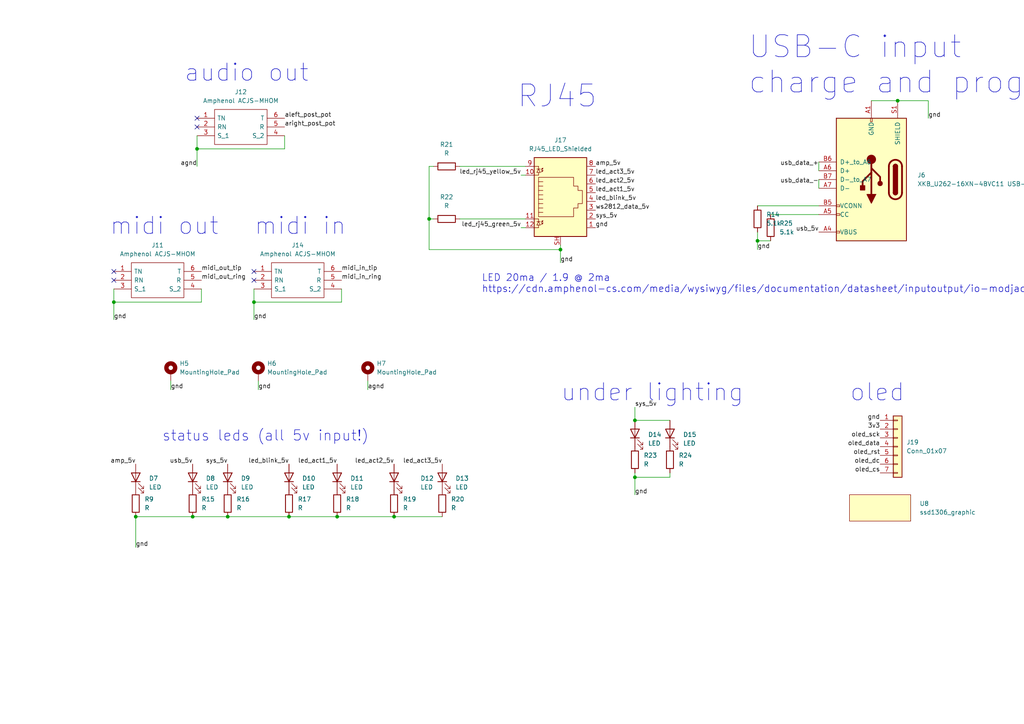
<source format=kicad_sch>
(kicad_sch (version 20211123) (generator eeschema)
  (paper "A4")
  (lib_symbols
    (symbol "Connector:RJ45_LED_Shielded" (pin_names (offset 1.016))
      (property "Reference" "J" (at -5.08 13.97 0))
      (property "Value" "RJ45_LED_Shielded" (at 1.27 13.97 0))
      (symbol "RJ45_LED_Shielded_0_1"
        (polyline (pts (xy -7.62 -7.62) (xy -6.35 -7.62)))
        (polyline (pts (xy -7.62 -5.08) (xy -6.35 -5.08)))
        (polyline (pts (xy -7.62 7.62) (xy -6.35 7.62)))
        (polyline (pts (xy -7.62 10.16) (xy -6.35 10.16)))
        (polyline (pts (xy -6.858 -5.842) (xy -5.842 -5.842)))
        (polyline (pts (xy -6.858 9.398) (xy -5.842 9.398)))
        (polyline (pts (xy -6.35 -7.62) (xy -6.35 -6.858)))
        (polyline (pts (xy -6.35 -5.08) (xy -6.35 -5.842)))
        (polyline (pts (xy -6.35 7.62) (xy -6.35 8.382)))
        (polyline (pts (xy -6.35 10.16) (xy -6.35 9.398)))
        (polyline (pts (xy -5.08 -6.223) (xy -5.207 -6.604)))
        (polyline (pts (xy -5.08 -5.588) (xy -5.207 -5.969)))
        (polyline (pts (xy -5.08 4.445) (xy -6.35 4.445)))
        (polyline (pts (xy -5.08 5.715) (xy -6.35 5.715)))
        (polyline (pts (xy -5.08 9.017) (xy -5.207 8.636)))
        (polyline (pts (xy -5.08 9.652) (xy -5.207 9.271)))
        (polyline (pts (xy -6.35 -3.175) (xy -5.08 -3.175) (xy -5.08 -3.175)))
        (polyline (pts (xy -6.35 -1.905) (xy -5.08 -1.905) (xy -5.08 -1.905)))
        (polyline (pts (xy -6.35 -0.635) (xy -5.08 -0.635) (xy -5.08 -0.635)))
        (polyline (pts (xy -6.35 0.635) (xy -5.08 0.635) (xy -5.08 0.635)))
        (polyline (pts (xy -6.35 1.905) (xy -5.08 1.905) (xy -5.08 1.905)))
        (polyline (pts (xy -5.588 -6.731) (xy -5.08 -6.223) (xy -5.461 -6.35)))
        (polyline (pts (xy -5.588 -6.096) (xy -5.08 -5.588) (xy -5.461 -5.715)))
        (polyline (pts (xy -5.588 8.509) (xy -5.08 9.017) (xy -5.461 8.89)))
        (polyline (pts (xy -5.588 9.144) (xy -5.08 9.652) (xy -5.461 9.525)))
        (polyline (pts (xy -5.08 3.175) (xy -6.35 3.175) (xy -6.35 3.175)))
        (polyline (pts (xy -6.35 -5.842) (xy -6.858 -6.858) (xy -5.842 -6.858) (xy -6.35 -5.842)))
        (polyline (pts (xy -6.35 9.398) (xy -6.858 8.382) (xy -5.842 8.382) (xy -6.35 9.398)))
        (polyline (pts (xy -6.35 -4.445) (xy -6.35 6.985) (xy 3.81 6.985) (xy 3.81 4.445) (xy 5.08 4.445) (xy 5.08 3.175) (xy 6.35 3.175) (xy 6.35 -0.635) (xy 5.08 -0.635) (xy 5.08 -1.905) (xy 3.81 -1.905) (xy 3.81 -4.445) (xy -6.35 -4.445) (xy -6.35 -4.445)))
        (rectangle (start 7.62 12.7) (end -7.62 -10.16) (stroke (width 0.254)) (fill (type background)))
      )
      (symbol "RJ45_LED_Shielded_1_1"
        (pin passive line (at 10.16 -7.62 180) (length 2.54) (name "~") (number "1"))
        (pin passive line (at -10.16 7.62 0) (length 2.54) (name "~") (number "10"))
        (pin passive line (at -10.16 -5.08 0) (length 2.54) (name "~") (number "11"))
        (pin passive line (at -10.16 -7.62 0) (length 2.54) (name "~") (number "12"))
        (pin passive line (at 10.16 -5.08 180) (length 2.54) (name "~") (number "2"))
        (pin passive line (at 10.16 -2.54 180) (length 2.54) (name "~") (number "3"))
        (pin passive line (at 10.16 0 180) (length 2.54) (name "~") (number "4"))
        (pin passive line (at 10.16 2.54 180) (length 2.54) (name "~") (number "5"))
        (pin passive line (at 10.16 5.08 180) (length 2.54) (name "~") (number "6"))
        (pin passive line (at 10.16 7.62 180) (length 2.54) (name "~") (number "7"))
        (pin passive line (at 10.16 10.16 180) (length 2.54) (name "~") (number "8"))
        (pin passive line (at -10.16 10.16 0) (length 2.54) (name "~") (number "9"))
        (pin passive line (at 0 -12.7 90) (length 2.54) (name "~") (number "SH"))
      )
    )
    (symbol "Connector:USB_A" (pin_names (offset 1.016))
      (property "Reference" "J" (at -5.08 11.43 0))
      (property "Value" "USB_A" (at -5.08 8.89 0))
      (symbol "USB_A_0_1"
        (rectangle (start -5.08 -7.62) (end 5.08 7.62) (stroke (width 0.254)) (fill (type background)))
        (circle (center -3.81 2.159) (radius 0.635) (stroke (width 0.254)) (fill (type outline)))
        (rectangle (start -1.524 4.826) (end -4.318 5.334) (fill (type outline)))
        (rectangle (start -1.27 4.572) (end -4.572 5.842))
        (circle (center -0.635 3.429) (radius 0.381) (stroke (width 0.254)) (fill (type outline)))
        (rectangle (start -0.127 -7.62) (end 0.127 -6.858))
        (polyline (pts (xy -3.175 2.159) (xy -2.54 2.159) (xy -1.27 3.429) (xy -0.635 3.429)) (stroke (width 0.254)))
        (polyline (pts (xy -2.54 2.159) (xy -1.905 2.159) (xy -1.27 0.889) (xy 0 0.889)) (stroke (width 0.254)))
        (polyline (pts (xy 0.635 2.794) (xy 0.635 1.524) (xy 1.905 2.159) (xy 0.635 2.794)) (stroke (width 0.254)) (fill (type outline)))
        (rectangle (start 0.254 1.27) (end -0.508 0.508) (stroke (width 0.254)) (fill (type outline)))
        (rectangle (start 5.08 -2.667) (end 4.318 -2.413))
        (rectangle (start 5.08 -0.127) (end 4.318 0.127))
        (rectangle (start 5.08 4.953) (end 4.318 5.207))
      )
      (symbol "USB_A_1_1"
        (polyline (pts (xy -1.905 2.159) (xy 0.635 2.159)) (stroke (width 0.254)))
        (pin power_in line (at 7.62 5.08 180) (length 2.54) (name "VBUS") (number "1"))
        (pin bidirectional line (at 7.62 -2.54 180) (length 2.54) (name "D-") (number "2"))
        (pin bidirectional line (at 7.62 0 180) (length 2.54) (name "D+") (number "3"))
        (pin power_in line (at 0 -10.16 90) (length 2.54) (name "GND") (number "4"))
        (pin passive line (at -2.54 -10.16 90) (length 2.54) (name "Shield") (number "5"))
      )
    )
    (symbol "Connector_Generic:Conn_01x02" (pin_names (offset 1.016) hide)
      (property "Reference" "J" (at 0 2.54 0))
      (property "Value" "Conn_01x02" (at 0 -5.08 0))
      (symbol "Conn_01x02_1_1"
        (rectangle (start -1.27 -2.413) (end 0 -2.667) (stroke (width 0.1524)))
        (rectangle (start -1.27 0.127) (end 0 -0.127) (stroke (width 0.1524)))
        (rectangle (start -1.27 1.27) (end 1.27 -3.81) (stroke (width 0.254)) (fill (type background)))
        (pin passive line (at -5.08 0 0) (length 3.81) (name "Pin_1") (number "1"))
        (pin passive line (at -5.08 -2.54 0) (length 3.81) (name "Pin_2") (number "2"))
      )
    )
    (symbol "Connector_Generic:Conn_01x03" (pin_names (offset 1.016) hide)
      (property "Reference" "J" (at 0 5.08 0))
      (property "Value" "Conn_01x03" (at 0 -5.08 0))
      (symbol "Conn_01x03_1_1"
        (rectangle (start -1.27 -2.413) (end 0 -2.667) (stroke (width 0.1524)))
        (rectangle (start -1.27 0.127) (end 0 -0.127) (stroke (width 0.1524)))
        (rectangle (start -1.27 2.667) (end 0 2.413) (stroke (width 0.1524)))
        (rectangle (start -1.27 3.81) (end 1.27 -3.81) (stroke (width 0.254)) (fill (type background)))
        (pin passive line (at -5.08 2.54 0) (length 3.81) (name "Pin_1") (number "1"))
        (pin passive line (at -5.08 0 0) (length 3.81) (name "Pin_2") (number "2"))
        (pin passive line (at -5.08 -2.54 0) (length 3.81) (name "Pin_3") (number "3"))
      )
    )
    (symbol "Connector_Generic:Conn_01x04" (pin_names (offset 1.016) hide)
      (property "Reference" "J" (at 0 5.08 0))
      (property "Value" "Conn_01x04" (at 0 -7.62 0))
      (symbol "Conn_01x04_1_1"
        (rectangle (start -1.27 -4.953) (end 0 -5.207) (stroke (width 0.1524)))
        (rectangle (start -1.27 -2.413) (end 0 -2.667) (stroke (width 0.1524)))
        (rectangle (start -1.27 0.127) (end 0 -0.127) (stroke (width 0.1524)))
        (rectangle (start -1.27 2.667) (end 0 2.413) (stroke (width 0.1524)))
        (rectangle (start -1.27 3.81) (end 1.27 -6.35) (stroke (width 0.254)) (fill (type background)))
        (pin passive line (at -5.08 2.54 0) (length 3.81) (name "Pin_1") (number "1"))
        (pin passive line (at -5.08 0 0) (length 3.81) (name "Pin_2") (number "2"))
        (pin passive line (at -5.08 -2.54 0) (length 3.81) (name "Pin_3") (number "3"))
        (pin passive line (at -5.08 -5.08 0) (length 3.81) (name "Pin_4") (number "4"))
      )
    )
    (symbol "Connector_Generic:Conn_01x06" (pin_names (offset 1.016) hide)
      (property "Reference" "J" (at 0 7.62 0))
      (property "Value" "Conn_01x06" (at 0 -10.16 0))
      (symbol "Conn_01x06_1_1"
        (rectangle (start -1.27 -7.493) (end 0 -7.747) (stroke (width 0.1524)))
        (rectangle (start -1.27 -4.953) (end 0 -5.207) (stroke (width 0.1524)))
        (rectangle (start -1.27 -2.413) (end 0 -2.667) (stroke (width 0.1524)))
        (rectangle (start -1.27 0.127) (end 0 -0.127) (stroke (width 0.1524)))
        (rectangle (start -1.27 2.667) (end 0 2.413) (stroke (width 0.1524)))
        (rectangle (start -1.27 5.207) (end 0 4.953) (stroke (width 0.1524)))
        (rectangle (start -1.27 6.35) (end 1.27 -8.89) (stroke (width 0.254)) (fill (type background)))
        (pin passive line (at -5.08 5.08 0) (length 3.81) (name "Pin_1") (number "1"))
        (pin passive line (at -5.08 2.54 0) (length 3.81) (name "Pin_2") (number "2"))
        (pin passive line (at -5.08 0 0) (length 3.81) (name "Pin_3") (number "3"))
        (pin passive line (at -5.08 -2.54 0) (length 3.81) (name "Pin_4") (number "4"))
        (pin passive line (at -5.08 -5.08 0) (length 3.81) (name "Pin_5") (number "5"))
        (pin passive line (at -5.08 -7.62 0) (length 3.81) (name "Pin_6") (number "6"))
      )
    )
    (symbol "Connector_Generic:Conn_01x07" (pin_names (offset 1.016) hide)
      (property "Reference" "J" (at 0 10.16 0))
      (property "Value" "Conn_01x07" (at 0 -10.16 0))
      (symbol "Conn_01x07_1_1"
        (rectangle (start -1.27 -7.493) (end 0 -7.747) (stroke (width 0.1524)))
        (rectangle (start -1.27 -4.953) (end 0 -5.207) (stroke (width 0.1524)))
        (rectangle (start -1.27 -2.413) (end 0 -2.667) (stroke (width 0.1524)))
        (rectangle (start -1.27 0.127) (end 0 -0.127) (stroke (width 0.1524)))
        (rectangle (start -1.27 2.667) (end 0 2.413) (stroke (width 0.1524)))
        (rectangle (start -1.27 5.207) (end 0 4.953) (stroke (width 0.1524)))
        (rectangle (start -1.27 7.747) (end 0 7.493) (stroke (width 0.1524)))
        (rectangle (start -1.27 8.89) (end 1.27 -8.89) (stroke (width 0.254)) (fill (type background)))
        (pin passive line (at -5.08 7.62 0) (length 3.81) (name "Pin_1") (number "1"))
        (pin passive line (at -5.08 5.08 0) (length 3.81) (name "Pin_2") (number "2"))
        (pin passive line (at -5.08 2.54 0) (length 3.81) (name "Pin_3") (number "3"))
        (pin passive line (at -5.08 0 0) (length 3.81) (name "Pin_4") (number "4"))
        (pin passive line (at -5.08 -2.54 0) (length 3.81) (name "Pin_5") (number "5"))
        (pin passive line (at -5.08 -5.08 0) (length 3.81) (name "Pin_6") (number "6"))
        (pin passive line (at -5.08 -7.62 0) (length 3.81) (name "Pin_7") (number "7"))
      )
    )
    (symbol "Connector_Generic:Conn_01x08" (pin_names (offset 1.016) hide)
      (property "Reference" "J" (at 0 10.16 0))
      (property "Value" "Conn_01x08" (at 0 -12.7 0))
      (symbol "Conn_01x08_1_1"
        (rectangle (start -1.27 -10.033) (end 0 -10.287) (stroke (width 0.1524)))
        (rectangle (start -1.27 -7.493) (end 0 -7.747) (stroke (width 0.1524)))
        (rectangle (start -1.27 -4.953) (end 0 -5.207) (stroke (width 0.1524)))
        (rectangle (start -1.27 -2.413) (end 0 -2.667) (stroke (width 0.1524)))
        (rectangle (start -1.27 0.127) (end 0 -0.127) (stroke (width 0.1524)))
        (rectangle (start -1.27 2.667) (end 0 2.413) (stroke (width 0.1524)))
        (rectangle (start -1.27 5.207) (end 0 4.953) (stroke (width 0.1524)))
        (rectangle (start -1.27 7.747) (end 0 7.493) (stroke (width 0.1524)))
        (rectangle (start -1.27 8.89) (end 1.27 -11.43) (stroke (width 0.254)) (fill (type background)))
        (pin passive line (at -5.08 7.62 0) (length 3.81) (name "Pin_1") (number "1"))
        (pin passive line (at -5.08 5.08 0) (length 3.81) (name "Pin_2") (number "2"))
        (pin passive line (at -5.08 2.54 0) (length 3.81) (name "Pin_3") (number "3"))
        (pin passive line (at -5.08 0 0) (length 3.81) (name "Pin_4") (number "4"))
        (pin passive line (at -5.08 -2.54 0) (length 3.81) (name "Pin_5") (number "5"))
        (pin passive line (at -5.08 -5.08 0) (length 3.81) (name "Pin_6") (number "6"))
        (pin passive line (at -5.08 -7.62 0) (length 3.81) (name "Pin_7") (number "7"))
        (pin passive line (at -5.08 -10.16 0) (length 3.81) (name "Pin_8") (number "8"))
      )
    )
    (symbol "Connector_Generic:Conn_01x09" (pin_names (offset 1.016) hide)
      (property "Reference" "J" (at 0 12.7 0))
      (property "Value" "Conn_01x09" (at 0 -12.7 0))
      (symbol "Conn_01x09_1_1"
        (rectangle (start -1.27 -10.033) (end 0 -10.287) (stroke (width 0.1524)))
        (rectangle (start -1.27 -7.493) (end 0 -7.747) (stroke (width 0.1524)))
        (rectangle (start -1.27 -4.953) (end 0 -5.207) (stroke (width 0.1524)))
        (rectangle (start -1.27 -2.413) (end 0 -2.667) (stroke (width 0.1524)))
        (rectangle (start -1.27 0.127) (end 0 -0.127) (stroke (width 0.1524)))
        (rectangle (start -1.27 2.667) (end 0 2.413) (stroke (width 0.1524)))
        (rectangle (start -1.27 5.207) (end 0 4.953) (stroke (width 0.1524)))
        (rectangle (start -1.27 7.747) (end 0 7.493) (stroke (width 0.1524)))
        (rectangle (start -1.27 10.287) (end 0 10.033) (stroke (width 0.1524)))
        (rectangle (start -1.27 11.43) (end 1.27 -11.43) (stroke (width 0.254)) (fill (type background)))
        (pin passive line (at -5.08 10.16 0) (length 3.81) (name "Pin_1") (number "1"))
        (pin passive line (at -5.08 7.62 0) (length 3.81) (name "Pin_2") (number "2"))
        (pin passive line (at -5.08 5.08 0) (length 3.81) (name "Pin_3") (number "3"))
        (pin passive line (at -5.08 2.54 0) (length 3.81) (name "Pin_4") (number "4"))
        (pin passive line (at -5.08 0 0) (length 3.81) (name "Pin_5") (number "5"))
        (pin passive line (at -5.08 -2.54 0) (length 3.81) (name "Pin_6") (number "6"))
        (pin passive line (at -5.08 -5.08 0) (length 3.81) (name "Pin_7") (number "7"))
        (pin passive line (at -5.08 -7.62 0) (length 3.81) (name "Pin_8") (number "8"))
        (pin passive line (at -5.08 -10.16 0) (length 3.81) (name "Pin_9") (number "9"))
      )
    )
    (symbol "Connector_Generic:Conn_01x12" (pin_names (offset 1.016) hide)
      (property "Reference" "J" (at 0 15.24 0))
      (property "Value" "Conn_01x12" (at 0 -17.78 0))
      (symbol "Conn_01x12_1_1"
        (rectangle (start -1.27 -15.113) (end 0 -15.367) (stroke (width 0.1524)))
        (rectangle (start -1.27 -12.573) (end 0 -12.827) (stroke (width 0.1524)))
        (rectangle (start -1.27 -10.033) (end 0 -10.287) (stroke (width 0.1524)))
        (rectangle (start -1.27 -7.493) (end 0 -7.747) (stroke (width 0.1524)))
        (rectangle (start -1.27 -4.953) (end 0 -5.207) (stroke (width 0.1524)))
        (rectangle (start -1.27 -2.413) (end 0 -2.667) (stroke (width 0.1524)))
        (rectangle (start -1.27 0.127) (end 0 -0.127) (stroke (width 0.1524)))
        (rectangle (start -1.27 2.667) (end 0 2.413) (stroke (width 0.1524)))
        (rectangle (start -1.27 5.207) (end 0 4.953) (stroke (width 0.1524)))
        (rectangle (start -1.27 7.747) (end 0 7.493) (stroke (width 0.1524)))
        (rectangle (start -1.27 10.287) (end 0 10.033) (stroke (width 0.1524)))
        (rectangle (start -1.27 12.827) (end 0 12.573) (stroke (width 0.1524)))
        (rectangle (start -1.27 13.97) (end 1.27 -16.51) (stroke (width 0.254)) (fill (type background)))
        (pin passive line (at -5.08 12.7 0) (length 3.81) (name "Pin_1") (number "1"))
        (pin passive line (at -5.08 -10.16 0) (length 3.81) (name "Pin_10") (number "10"))
        (pin passive line (at -5.08 -12.7 0) (length 3.81) (name "Pin_11") (number "11"))
        (pin passive line (at -5.08 -15.24 0) (length 3.81) (name "Pin_12") (number "12"))
        (pin passive line (at -5.08 10.16 0) (length 3.81) (name "Pin_2") (number "2"))
        (pin passive line (at -5.08 7.62 0) (length 3.81) (name "Pin_3") (number "3"))
        (pin passive line (at -5.08 5.08 0) (length 3.81) (name "Pin_4") (number "4"))
        (pin passive line (at -5.08 2.54 0) (length 3.81) (name "Pin_5") (number "5"))
        (pin passive line (at -5.08 0 0) (length 3.81) (name "Pin_6") (number "6"))
        (pin passive line (at -5.08 -2.54 0) (length 3.81) (name "Pin_7") (number "7"))
        (pin passive line (at -5.08 -5.08 0) (length 3.81) (name "Pin_8") (number "8"))
        (pin passive line (at -5.08 -7.62 0) (length 3.81) (name "Pin_9") (number "9"))
      )
    )
    (symbol "Device:C" (pin_numbers hide) (pin_names (offset 0.254))
      (property "Reference" "C" (at 0.635 2.54 0))
      (property "Value" "C" (at 0.635 -2.54 0))
      (symbol "C_0_1"
        (polyline (pts (xy -2.032 -0.762) (xy 2.032 -0.762)) (stroke (width 0.508)))
        (polyline (pts (xy -2.032 0.762) (xy 2.032 0.762)) (stroke (width 0.508)))
      )
      (symbol "C_1_1"
        (pin passive line (at 0 3.81 270) (length 2.794) (name "~") (number "1"))
        (pin passive line (at 0 -3.81 90) (length 2.794) (name "~") (number "2"))
      )
    )
    (symbol "Device:LED" (pin_numbers hide) (pin_names (offset 1.016) hide)
      (property "Reference" "D" (at 0 2.54 0))
      (property "Value" "LED" (at 0 -2.54 0))
      (symbol "LED_0_1"
        (polyline (pts (xy -1.27 -1.27) (xy -1.27 1.27)) (stroke (width 0.254)))
        (polyline (pts (xy -1.27 0) (xy 1.27 0)))
        (polyline (pts (xy 1.27 -1.27) (xy 1.27 1.27) (xy -1.27 0) (xy 1.27 -1.27)) (stroke (width 0.254)))
        (polyline (pts (xy -3.048 -0.762) (xy -4.572 -2.286) (xy -3.81 -2.286) (xy -4.572 -2.286) (xy -4.572 -1.524)))
        (polyline (pts (xy -1.778 -0.762) (xy -3.302 -2.286) (xy -2.54 -2.286) (xy -3.302 -2.286) (xy -3.302 -1.524)))
      )
      (symbol "LED_1_1"
        (pin passive line (at -3.81 0 0) (length 2.54) (name "K") (number "1"))
        (pin passive line (at 3.81 0 180) (length 2.54) (name "A") (number "2"))
      )
    )
    (symbol "Device:NetTie_2" (pin_numbers hide) (pin_names (offset 0) hide)
      (property "Reference" "NT" (at 0 1.27 0))
      (property "Value" "NetTie_2" (at 0 -1.27 0))
      (symbol "NetTie_2_0_1"
        (polyline (pts (xy -1.27 0) (xy 1.27 0)) (stroke (width 0.254)))
      )
      (symbol "NetTie_2_1_1"
        (pin passive line (at -2.54 0 0) (length 2.54) (name "1") (number "1"))
        (pin passive line (at 2.54 0 180) (length 2.54) (name "2") (number "2"))
      )
    )
    (symbol "Device:R" (pin_numbers hide) (pin_names (offset 0))
      (property "Reference" "R" (at 2.032 0 90))
      (property "Value" "R" (at 0 0 90))
      (symbol "R_0_1"
        (rectangle (start -1.016 -2.54) (end 1.016 2.54) (stroke (width 0.254)))
      )
      (symbol "R_1_1"
        (pin passive line (at 0 3.81 270) (length 1.27) (name "~") (number "1"))
        (pin passive line (at 0 -3.81 90) (length 1.27) (name "~") (number "2"))
      )
    )
    (symbol "Mechanical:MountingHole_Pad" (pin_numbers hide) (pin_names (offset 1.016) hide)
      (property "Reference" "H" (at 0 6.35 0))
      (property "Value" "MountingHole_Pad" (at 0 4.445 0))
      (symbol "MountingHole_Pad_0_1"
        (circle (center 0 1.27) (radius 1.27) (stroke (width 1.27)))
      )
      (symbol "MountingHole_Pad_1_1"
        (pin input line (at 0 -2.54 90) (length 2.54) (name "1") (number "1"))
      )
    )
    (symbol "clarinoid2:Amphenol ACJS-MHOM" (pin_names (offset 0.762))
      (property "Reference" "J" (at 21.59 7.62 0))
      (property "Value" "Amphenol ACJS-MHOM" (at 21.59 5.08 0))
      (symbol "Amphenol ACJS-MHOM_0_0"
        (pin passive line (at 0 0 0) (length 5.08) (name "TN") (number "1"))
        (pin passive line (at 0 -2.54 0) (length 5.08) (name "RN") (number "2"))
        (pin passive line (at 0 -5.08 0) (length 5.08) (name "S_1") (number "3"))
        (pin passive line (at 25.4 -5.08 180) (length 5.08) (name "S_2") (number "4"))
        (pin passive line (at 25.4 -2.54 180) (length 5.08) (name "R") (number "5"))
        (pin passive line (at 25.4 0 180) (length 5.08) (name "T") (number "6"))
      )
      (symbol "Amphenol ACJS-MHOM_0_1"
        (polyline (pts (xy 5.08 2.54) (xy 20.32 2.54) (xy 20.32 -7.62) (xy 5.08 -7.62) (xy 5.08 2.54)) (stroke (width 0.1524)))
      )
    )
    (symbol "clarinoid2:Placeholder" (in_bom no)
      (property "Reference" "U" (at 0 0 0))
      (property "Value" "Placeholder" (at 0 -1.27 0))
      (symbol "Placeholder_0_1"
        (rectangle (start -8.89 2.54) (end 8.89 -5.08) (fill (type background)))
      )
    )
    (symbol "clarinoid2:USB_C_Plug_USB2.0" (pin_names (offset 1.016))
      (property "Reference" "P" (at -10.16 19.05 0))
      (property "Value" "USB_C_Plug_USB2.0" (at 12.7 19.05 0))
      (symbol "USB_C_Plug_USB2.0_0_0"
        (rectangle (start -0.254 -17.78) (end 0.254 -16.764))
        (rectangle (start 10.16 7.874) (end 9.144 7.366))
        (rectangle (start 10.16 10.414) (end 9.144 9.906))
        (rectangle (start 10.16 15.494) (end 9.144 14.986))
      )
      (symbol "USB_C_Plug_USB2.0_0_1"
        (rectangle (start -10.16 17.78) (end 10.16 -17.78) (stroke (width 0.254)) (fill (type background)))
        (arc (start -8.89 -3.81) (mid -6.985 -5.715) (end -5.08 -3.81) (stroke (width 0.508)))
        (arc (start -7.62 -3.81) (mid -6.985 -4.445) (end -6.35 -3.81) (stroke (width 0.254)))
        (arc (start -7.62 -3.81) (mid -6.985 -4.445) (end -6.35 -3.81) (stroke (width 0.254)) (fill (type outline)))
        (rectangle (start -7.62 -3.81) (end -6.35 3.81) (stroke (width 0.254)) (fill (type outline)))
        (arc (start -6.35 3.81) (mid -6.985 4.445) (end -7.62 3.81) (stroke (width 0.254)))
        (arc (start -6.35 3.81) (mid -6.985 4.445) (end -7.62 3.81) (stroke (width 0.254)) (fill (type outline)))
        (arc (start -5.08 3.81) (mid -6.985 5.715) (end -8.89 3.81) (stroke (width 0.508)))
        (circle (center -2.54 1.143) (radius 0.635) (stroke (width 0.254)) (fill (type outline)))
        (circle (center 0 -5.842) (radius 1.27) (fill (type outline)))
        (polyline (pts (xy -8.89 -3.81) (xy -8.89 3.81)) (stroke (width 0.508)))
        (polyline (pts (xy -5.08 3.81) (xy -5.08 -3.81)) (stroke (width 0.508)))
        (polyline (pts (xy 0 -5.842) (xy 0 4.318)) (stroke (width 0.508)))
        (polyline (pts (xy 0 -3.302) (xy -2.54 -0.762) (xy -2.54 0.508)) (stroke (width 0.508)))
        (polyline (pts (xy 0 -2.032) (xy 2.54 0.508) (xy 2.54 1.778)) (stroke (width 0.508)))
        (polyline (pts (xy -1.27 4.318) (xy 0 6.858) (xy 1.27 4.318) (xy -1.27 4.318)) (stroke (width 0.254)) (fill (type outline)))
        (rectangle (start 1.905 1.778) (end 3.175 3.048) (stroke (width 0.254)) (fill (type outline)))
      )
      (symbol "USB_C_Plug_USB2.0_1_1"
        (pin passive line (at 0 -22.86 90) (length 5.08) (name "GND") (number "A1"))
        (pin passive line (at 0 -22.86 90) (length 5.08) hide (name "GND") (number "A12"))
        (pin power_out line (at 15.24 15.24 180) (length 5.08) (name "VBUS") (number "A4"))
        (pin bidirectional line (at 15.24 10.16 180) (length 5.08) (name "CC") (number "A5"))
        (pin bidirectional line (at 15.24 -2.54 180) (length 5.08) (name "D+") (number "A6"))
        (pin bidirectional line (at 15.24 2.54 180) (length 5.08) (name "D-") (number "A7"))
        (pin passive line (at 15.24 15.24 180) (length 5.08) hide (name "VBUS") (number "A9"))
        (pin passive line (at 0 -22.86 90) (length 5.08) hide (name "GND") (number "B1"))
        (pin passive line (at 0 -22.86 90) (length 5.08) hide (name "GND") (number "B12"))
        (pin passive line (at 15.24 15.24 180) (length 5.08) hide (name "VBUS") (number "B4"))
        (pin bidirectional line (at 15.24 7.62 180) (length 5.08) (name "VCONN") (number "B5"))
        (pin bidirectional line (at 15.24 -5.08 180) (length 5.08) (name "D+_to_A6") (number "B6"))
        (pin bidirectional line (at 15.24 0 180) (length 5.08) (name "D-_to_A7") (number "B7"))
        (pin passive line (at 15.24 15.24 180) (length 5.08) hide (name "VBUS") (number "B9"))
        (pin passive line (at -7.62 -22.86 90) (length 5.08) (name "SHIELD") (number "S1"))
      )
    )
  )
  (junction (at 420.37 116.84))
  (junction (at 124.46 63.5))
  (junction (at 162.56 72.39))
  (junction (at 83.82 149.86))
  (junction (at 33.02 87.63))
  (junction (at 434.975 116.84))
  (junction (at 97.79 149.86))
  (junction (at 463.55 124.46))
  (junction (at 434.975 124.46))
  (junction (at 55.88 149.86))
  (junction (at 463.55 116.84))
  (junction (at 345.44 63.5))
  (junction (at 448.31 124.46))
  (junction (at 184.15 138.43))
  (junction (at 476.25 116.84))
  (junction (at 219.71 69.85))
  (junction (at 114.3 149.86))
  (junction (at 448.31 116.84))
  (junction (at 260.35 29.21))
  (junction (at 73.66 87.63))
  (junction (at 66.04 149.86))
  (junction (at 57.15 43.18))
  (junction (at 39.37 149.86))
  (junction (at 184.15 121.92))
  (no_connect (at 73.66 78.74))
  (no_connect (at 73.66 81.28))
  (no_connect (at 33.02 81.28))
  (no_connect (at 33.02 78.74))
  (no_connect (at 57.15 36.83))
  (no_connect (at 57.15 34.29))
  (wire (pts (xy 33.02 83.82) (xy 33.02 87.63)))
  (wire (pts (xy 162.56 76.2) (xy 162.56 72.39)))
  (wire (pts (xy 114.3 149.86) (xy 128.27 149.86)))
  (wire (pts (xy 151.13 50.8) (xy 152.4 50.8)))
  (wire (pts (xy 124.46 48.26) (xy 125.73 48.26)))
  (wire (pts (xy 151.13 66.04) (xy 152.4 66.04)))
  (wire (pts (xy 82.55 43.18) (xy 57.15 43.18)))
  (wire (pts (xy 219.71 69.85) (xy 223.52 69.85)))
  (wire (pts (xy 184.15 143.51) (xy 184.15 138.43)))
  (wire (pts (xy 345.44 67.31) (xy 345.44 63.5)))
  (wire (pts (xy 237.49 52.07) (xy 237.49 54.61)))
  (wire (pts (xy 184.15 138.43) (xy 184.15 137.16)))
  (wire (pts (xy 133.35 63.5) (xy 152.4 63.5)))
  (wire (pts (xy 33.02 87.63) (xy 33.02 92.71)))
  (wire (pts (xy 97.79 149.86) (xy 114.3 149.86)))
  (wire (pts (xy 219.71 69.85) (xy 219.71 72.39)))
  (wire (pts (xy 184.15 121.92) (xy 194.31 121.92)))
  (wire (pts (xy 448.31 124.46) (xy 463.55 124.46)))
  (wire (pts (xy 463.55 116.84) (xy 448.31 116.84)))
  (wire (pts (xy 99.06 83.82) (xy 99.06 87.63)))
  (wire (pts (xy 58.42 83.82) (xy 58.42 87.63)))
  (wire (pts (xy 434.975 124.46) (xy 448.31 124.46)))
  (wire (pts (xy 57.15 48.26) (xy 57.15 43.18)))
  (wire (pts (xy 74.93 113.03) (xy 74.93 110.49)))
  (wire (pts (xy 124.46 72.39) (xy 162.56 72.39)))
  (wire (pts (xy 73.66 87.63) (xy 73.66 92.71)))
  (wire (pts (xy 260.35 29.21) (xy 269.24 29.21)))
  (wire (pts (xy 412.75 116.84) (xy 420.37 116.84)))
  (wire (pts (xy 73.66 83.82) (xy 73.66 87.63)))
  (wire (pts (xy 124.46 63.5) (xy 125.73 63.5)))
  (wire (pts (xy 57.15 43.18) (xy 57.15 39.37)))
  (wire (pts (xy 252.73 29.21) (xy 260.35 29.21)))
  (wire (pts (xy 194.31 137.16) (xy 194.31 138.43)))
  (wire (pts (xy 39.37 149.86) (xy 55.88 149.86)))
  (wire (pts (xy 476.25 116.84) (xy 463.55 116.84)))
  (wire (pts (xy 83.82 149.86) (xy 97.79 149.86)))
  (wire (pts (xy 219.71 67.31) (xy 219.71 69.85)))
  (wire (pts (xy 55.88 149.86) (xy 66.04 149.86)))
  (wire (pts (xy 124.46 63.5) (xy 124.46 72.39)))
  (wire (pts (xy 184.15 118.11) (xy 184.15 121.92)))
  (wire (pts (xy 194.31 138.43) (xy 184.15 138.43)))
  (wire (pts (xy 162.56 72.39) (xy 162.56 71.12)))
  (wire (pts (xy 39.37 158.75) (xy 39.37 149.86)))
  (wire (pts (xy 66.04 149.86) (xy 83.82 149.86)))
  (wire (pts (xy 219.71 59.69) (xy 237.49 59.69)))
  (wire (pts (xy 237.49 46.99) (xy 237.49 49.53)))
  (wire (pts (xy 82.55 39.37) (xy 82.55 43.18)))
  (wire (pts (xy 133.35 48.26) (xy 152.4 48.26)))
  (wire (pts (xy 448.31 116.84) (xy 434.975 116.84)))
  (wire (pts (xy 463.55 124.46) (xy 476.25 124.46)))
  (wire (pts (xy 487.68 116.84) (xy 476.25 116.84)))
  (wire (pts (xy 223.52 62.23) (xy 237.49 62.23)))
  (wire (pts (xy 49.53 113.03) (xy 49.53 110.49)))
  (wire (pts (xy 434.975 116.84) (xy 420.37 116.84)))
  (wire (pts (xy 269.24 29.21) (xy 269.24 34.29)))
  (wire (pts (xy 99.06 87.63) (xy 73.66 87.63)))
  (wire (pts (xy 420.37 124.46) (xy 434.975 124.46)))
  (wire (pts (xy 106.68 113.03) (xy 106.68 110.49)))
  (wire (pts (xy 124.46 48.26) (xy 124.46 63.5)))
  (wire (pts (xy 342.9 63.5) (xy 345.44 63.5)))
  (wire (pts (xy 58.42 87.63) (xy 33.02 87.63)))
  (text "audio out" (at 53.34 24.13 0) (effects (font (size 5 5)) (justify left bottom)))
  (text "USB-A host for\nkeyboard (internal)" (at 335.28 36.83 0) (effects (font (size 6.35 6.35)) (justify left bottom)))
  (text "led" (at 398.78 154.94 0) (effects (font (size 5 5)) (justify left bottom)))
  (text "MAIN BOTTOM\n\nadd test points" (at 5.08 -3.81 0) (effects (font (size 5 5) (thickness 1) bold) (justify left bottom)))
  (text "led+midi" (at -40.64 100.33 0) (effects (font (size 5 5)) (justify left bottom)))
  (text "audio" (at -33.02 186.69 0) (effects (font (size 5 5)) (justify left bottom)))
  (text "oled from top" (at -63.5 38.1 0) (effects (font (size 5 5)) (justify left bottom)))
  (text "status leds (all 5v input!)" (at 46.99 128.27 0) (effects (font (size 3 3)) (justify left bottom)))
  (text "to top" (at -48.26 25.4 0) (effects (font (size 5 5) (thickness 1) bold) (justify left bottom)))
  (text "to batt" (at 347.98 102.87 0) (effects (font (size 5 5)) (justify left bottom)))
  (text "pwr+usb" (at -49.53 67.31 0) (effects (font (size 5 5)) (justify left bottom)))
  (text "midi out" (at 31.75 68.58 0) (effects (font (size 5 5)) (justify left bottom)))
  (text "potentiometer header + power" (at 411.48 76.2 0) (effects (font (size 5 5)) (justify left bottom)))
  (text "midi in" (at 73.66 68.58 0) (effects (font (size 5 5)) (justify left bottom)))
  (text "wire" (at 330.2 149.86 0) (effects (font (size 5 5)) (justify left bottom)))
  (text "under lighting" (at 162.56 116.84 0) (effects (font (size 5 5)) (justify left bottom)))
  (text "oled" (at 246.38 116.84 0) (effects (font (size 5 5)) (justify left bottom)))
  (text "buttons" (at -39.37 143.51 0) (effects (font (size 5 5)) (justify left bottom)))
  (text "LED 20ma / 1.9 @ 2ma\nhttps://cdn.amphenol-cs.com/media/wysiwyg/files/documentation/datasheet/inputoutput/io-modjack-rjhse.pdf\n" (at 139.7 85.09 0) (effects (font (size 2 2)) (justify left bottom)))
  (text "RJ45" (at 149.86 31.75 0) (effects (font (size 6.35 6.35)) (justify left bottom)))
  (text "USB-C input\ncharge and program" (at 216.916 27.686 0) (effects (font (size 6.35 6.35)) (justify left bottom)))
  (label "midi_out_tip" (at -30.48 132.08 180))
  (label "btn_x5" (at 342.9 184.15 180))
  (label "midi_in_ring" (at 99.06 81.28 0))
  (label "gnd" (at 172.72 66.04 0))
  (label "usb_host_+" (at -34.29 90.17 180))
  (label "led_blink_5v" (at 400.05 187.96 180))
  (label "led_act1_5v" (at 172.72 55.88 0))
  (label "led_blink_5v" (at -30.48 106.68 180))
  (label "oled_data" (at 255.27 129.54 180))
  (label "ws2812_data_5v" (at -30.48 121.92 180))
  (label "pot_sw1" (at 433.07 106.68 180))
  (label "usb_5v" (at 55.88 134.62 180))
  (label "btn_x7" (at 316.23 161.29 180))
  (label "gnd" (at 73.66 92.71 0))
  (label "oled_dc" (at -35.56 53.34 180))
  (label "gnd" (at 316.23 158.75 180))
  (label "pot_sw2" (at 447.04 97.79 180))
  (label "3v3" (at -35.56 43.18 180))
  (label "btn_x1" (at 342.9 161.29 180))
  (label "3v3" (at -34.29 80.01 180))
  (label "usb_host_-" (at -34.29 92.71 180))
  (label "usb_5v" (at 401.32 170.18 180))
  (label "enc_a" (at 342.9 198.12 180))
  (label "gnd" (at 342.9 181.61 180))
  (label "gnd" (at -34.29 72.39 180))
  (label "usb_host_-" (at 353.06 55.88 0))
  (label "oled_sck" (at -35.56 45.72 180))
  (label "gnd" (at -29.21 147.32 180))
  (label "oled_sck" (at 255.27 127 180))
  (label "usb_data_-" (at 237.49 53.34 180))
  (label "gnd" (at 401.32 196.85 180))
  (label "prg" (at -34.29 74.93 180))
  (label "sys_5v" (at -34.29 77.47 180))
  (label "enc_btn" (at 342.9 195.58 180))
  (label "led_act2_5v" (at 114.3 134.62 180))
  (label "led_act2_5v" (at 172.72 53.34 0))
  (label "aright_post_pot" (at 82.55 36.83 0))
  (label "agnd" (at 106.68 113.03 0))
  (label "aleft_post_pot" (at 447.04 82.55 180))
  (label "sys_5v" (at 492.76 116.84 0))
  (label "led_act3_5v" (at -30.48 114.3 180))
  (label "amp_5v" (at 401.32 165.1 180))
  (label "gnd" (at 39.37 158.75 0))
  (label "led_rj45_yellow_5v" (at -30.48 116.84 180))
  (label "led_act3_5v" (at 172.72 50.8 0))
  (label "usb_data_-" (at -34.29 85.09 180))
  (label "agnd" (at -30.48 190.5 180))
  (label "led_rj45_green_5v" (at 151.13 66.04 180))
  (label "sys_5v" (at 353.06 48.26 0))
  (label "pot_sw2" (at 412.75 116.84 180))
  (label "3v3" (at 255.27 124.46 180))
  (label "btn_x4" (at -29.21 157.48 180))
  (label "usb_data_+" (at -34.29 82.55 180))
  (label "gnd" (at 49.53 113.03 0))
  (label "midi_out_tip" (at 58.42 78.74 0))
  (label "led_rj45_green_5v" (at -30.48 119.38 180))
  (label "led_blink_5v" (at 172.72 58.42 0))
  (label "gnd" (at 316.23 171.45 180))
  (label "btn_x2" (at -29.21 152.4 180))
  (label "gnd" (at 269.24 34.29 0))
  (label "btn_x8" (at 316.23 166.37 180))
  (label "chargeoutp_5v" (at 438.15 106.68 0))
  (label "usb_5v" (at 339.09 110.49 180))
  (label "btn_x8" (at -29.21 167.64 180))
  (label "gnd" (at 219.71 72.39 0))
  (label "midi_in_tip" (at -30.48 127 180))
  (label "usb_data_+" (at 237.49 48.26 180))
  (label "btn_x4" (at 342.9 177.8 180))
  (label "led_act2_5v" (at 401.32 199.39 180))
  (label "gnd" (at 184.15 143.51 0))
  (label "aright_pre_pot" (at 447.04 92.71 180))
  (label "agnd" (at 57.15 48.26 180))
  (label "gnd" (at 342.9 175.26 180))
  (label "btn_x3" (at -29.21 154.94 180))
  (label "sys_5v" (at 339.09 113.03 180))
  (label "chargeoutp_5v" (at 339.09 115.57 180))
  (label "gnd" (at 400.05 185.42 180))
  (label "btn_x3" (at 342.9 172.72 180))
  (label "aleft_pre_pot" (at 447.04 85.09 180))
  (label "oled_rst" (at -35.56 50.8 180))
  (label "gnd" (at 342.9 163.83 180))
  (label "gnd" (at 342.9 170.18 180))
  (label "sys_5v" (at 66.04 134.62 180))
  (label "aleft_pre_pot" (at -30.48 193.04 180))
  (label "enc_btn" (at -29.21 170.18 180))
  (label "gnd" (at 339.09 107.95 180))
  (label "oled_data" (at -35.56 48.26 180))
  (label "gnd" (at 342.9 193.04 180))
  (label "sys_5v" (at 184.15 118.11 0))
  (label "btn_x6" (at 342.9 189.23 180))
  (label "btn_x1" (at -29.21 149.86 180))
  (label "gnd" (at 74.93 113.03 0))
  (label "midi_out_ring" (at -30.48 129.54 180))
  (label "led_act1_5v" (at 401.32 194.31 180))
  (label "enc_b" (at 342.9 200.66 180))
  (label "led_act3_5v" (at 401.32 204.47 180))
  (label "gnd" (at 342.9 186.69 180))
  (label "gnd" (at 255.27 121.92 180))
  (label "oled_cs" (at -35.56 55.88 180))
  (label "btn_x6" (at -29.21 162.56 180))
  (label "oled_dc" (at 255.27 134.62 180))
  (label "gnd" (at 342.9 158.75 180))
  (label "sys_5v" (at 172.72 63.5 0))
  (label "gnd" (at 345.44 67.31 0))
  (label "enc_a" (at -29.21 172.72 180))
  (label "ws2812_data_5v" (at 172.72 60.96 0))
  (label "pot_sw1" (at 447.04 95.25 180))
  (label "led_rj45_yellow_5v" (at 151.13 50.8 180))
  (label "gnd" (at 316.23 163.83 180))
  (label "sys_5v" (at 401.32 175.26 180))
  (label "aright_post_pot" (at 447.04 90.17 180))
  (label "led_act1_5v" (at -30.48 109.22 180))
  (label "btn_x7" (at -29.21 165.1 180))
  (label "midi_out_ring" (at 58.42 81.28 0))
  (label "enc_b" (at -29.21 175.26 180))
  (label "led_act1_5v" (at 97.79 134.62 180))
  (label "amp_5v" (at 39.37 134.62 180))
  (label "gnd" (at 420.37 124.46 270))
  (label "agnd" (at 447.04 87.63 180))
  (label "prg" (at 316.23 173.99 180))
  (label "btn_x2" (at 342.9 166.37 180))
  (label "gnd" (at 401.32 172.72 180))
  (label "led_act2_5v" (at -30.48 111.76 180))
  (label "gnd" (at 401.32 167.64 180))
  (label "midi_in_ring" (at -30.48 124.46 180))
  (label "gnd" (at 162.56 76.2 0))
  (label "oled_cs" (at 255.27 137.16 180))
  (label "gnd" (at 401.32 191.77 180))
  (label "amp_5v" (at 172.72 48.26 0))
  (label "oled_rst" (at 255.27 132.08 180))
  (label "usb_5v" (at 237.49 67.31 180))
  (label "gnd" (at -35.56 40.64 180))
  (label "aleft_post_pot" (at 82.55 34.29 0))
  (label "led_act3_5v" (at 128.27 134.62 180))
  (label "aright_pre_pot" (at -30.48 195.58 180))
  (label "gnd" (at -30.48 104.14 180))
  (label "midi_in_tip" (at 99.06 78.74 0))
  (label "gnd" (at 33.02 92.71 0))
  (label "gnd" (at 401.32 162.56 180))
  (label "gnd" (at 401.32 201.93 180))
  (label "usb_host_+" (at 353.06 53.34 0))
  (label "btn_x5" (at -29.21 160.02 180))
  (label "usb_5v" (at -34.29 87.63 180))
  (label "led_blink_5v" (at 83.82 134.62 180))
  (label "agnd" (at 447.04 80.01 180))
  (symbol (lib_id "Device:R") (at 128.27 146.05 0) (unit 1) (in_bom no)
    (property "Reference" "R20" (at 130.81 144.7799 0) (effects (justify left)))
    (property "Value" "R" (at 130.81 147.3199 0) (effects (justify left)))
    (property "Footprint" "Resistor_THT:R_Axial_DIN0207_L6.3mm_D2.5mm_P10.16mm_Horizontal" (effects hide))
  )
  (symbol (lib_id "Device:C") (at 434.975 120.65 0) (unit 1)
    (property "Reference" "C22" (at 440.055 119.3799 0) (effects (justify left)))
    (property "Value" "22uF" (at 440.055 121.9199 0) (effects (justify left)))
    (property "Footprint" "Capacitor_SMD:C_1206_3216Metric" (effects hide))
    (property "verif" "1" (effects hide))
  )
  (symbol (lib_id "Device:LED") (at 97.79 138.43 90) (unit 1) (in_bom no)
    (property "Reference" "D11" (at 101.6 138.7474 90) (effects (justify right)))
    (property "Value" "LED" (at 101.6 141.2874 90) (effects (justify right)))
    (property "Footprint" "clarinoid2:LED_D5.0mm_withbottomtext" (effects hide))
  )
  (symbol (lib_id "Connector_Generic:Conn_01x07") (at -30.48 48.26 0) (unit 1)
    (property "Reference" "J10" (at -27.94 46.9899 0) (effects (justify left)))
    (property "Value" "Conn_01x07" (at -27.94 49.5299 0) (effects (justify left)))
    (property "Footprint" "Connector_PinSocket_2.54mm:PinSocket_1x07_P2.54mm_Vertical" (effects hide))
  )
  (symbol (lib_id "Connector_Generic:Conn_01x04") (at 321.31 161.29 0) (unit 1)
    (property "Reference" "J7" (at 323.85 161.2899 0) (effects (justify left)))
    (property "Value" "Conn_01x04" (at 323.85 163.8299 0) (effects (justify left)))
    (property "Footprint" "Connector_JST:JST_PH_B4B-PH-K_1x04_P2.00mm_Vertical" (effects hide))
  )
  (symbol (lib_id "Device:C") (at 476.25 120.65 0) (unit 1)
    (property "Reference" "C25" (at 480.695 119.3799 0) (effects (justify left)))
    (property "Value" "0.1uF" (at 480.695 121.9199 0) (effects (justify left)))
    (property "Footprint" "Capacitor_SMD:C_0805_2012Metric" (effects hide))
    (property "LCSC part number" "C49678" (effects hide))
    (property "verif" "1" (effects hide))
    (property "LCSC" "C49678" (effects hide))
  )
  (symbol (lib_id "clarinoid2:Amphenol ACJS-MHOM") (at 73.66 78.74 0) (unit 1) (in_bom no)
    (property "Reference" "J14" (at 86.36 71.12 0))
    (property "Value" "Amphenol ACJS-MHOM" (at 86.36 73.66 0))
    (property "Footprint" "SamacSys_Parts:ACJSMHOM" (effects hide))
    (property "Datasheet" "https://www.amphenol-sine.com/pdf/datasheet/ACJS-MHOM.pdf" (effects hide))
    (property "Description" "Phone Connectors 1/4\"HOR Snap-fit CHASSIS CONN" (effects hide))
    (property "Height" "12.7" (effects hide))
    (property "Mouser Part Number" "523-ACJS-MHOM" (effects hide))
    (property "Mouser Price/Stock" "https://www.mouser.co.uk/ProductDetail/Amphenol-Audio/ACJS-MHOM?qs=t8VhaDIDl4vZ9ROsgrVY0w%3D%3D" (effects hide))
    (property "Manufacturer_Name" "Amphenol" (effects hide))
    (property "Manufacturer_Part_Number" "ACJS-MHOM" (effects hide))
  )
  (symbol (lib_id "Device:R") (at 194.31 133.35 0) (unit 1) (in_bom no)
    (property "Reference" "R24" (at 196.85 132.0799 0) (effects (justify left)))
    (property "Value" "R" (at 196.85 134.6199 0) (effects (justify left)))
    (property "Footprint" "Resistor_THT:R_Axial_DIN0207_L6.3mm_D2.5mm_P10.16mm_Horizontal" (effects hide))
  )
  (symbol (lib_id "Device:LED") (at 128.27 138.43 90) (unit 1) (in_bom no)
    (property "Reference" "D13" (at 132.08 138.7474 90) (effects (justify right)))
    (property "Value" "LED" (at 132.08 141.2874 90) (effects (justify right)))
    (property "Footprint" "clarinoid2:LED_D5.0mm_withbottomtext" (effects hide))
  )
  (symbol (lib_id "Connector_Generic:Conn_01x04") (at 347.98 184.15 0) (unit 1)
    (property "Reference" "J51" (at 350.52 184.1499 0) (effects (justify left)))
    (property "Value" "Conn_01x04" (at 350.52 186.6899 0) (effects (justify left)))
    (property "Footprint" "Connector_JST:JST_PH_B4B-PH-K_1x04_P2.00mm_Vertical" (effects hide))
  )
  (symbol (lib_id "Connector_Generic:Conn_01x06") (at 406.4 196.85 0) (unit 1)
    (property "Reference" "J57" (at 408.94 196.8499 0) (effects (justify left)))
    (property "Value" "Conn_01x06" (at 408.94 199.3899 0) (effects (justify left)))
    (property "Footprint" "Connector_JST:JST_PH_B6B-PH-K_1x06_P2.00mm_Vertical" (effects hide))
  )
  (symbol (lib_id "Device:LED") (at 55.88 138.43 90) (unit 1) (in_bom no)
    (property "Reference" "D8" (at 59.69 138.7474 90) (effects (justify right)))
    (property "Value" "LED" (at 59.69 141.2874 90) (effects (justify right)))
    (property "Footprint" "clarinoid2:LED_D5.0mm_withbottomtext" (effects hide))
  )
  (symbol (lib_id "Connector_Generic:Conn_01x07") (at 260.35 129.54 0) (unit 1)
    (property "Reference" "J19" (at 262.89 128.2699 0) (effects (justify left)))
    (property "Value" "Conn_01x07" (at 262.89 130.8099 0) (effects (justify left)))
    (property "Footprint" "Connector_PinSocket_2.54mm:PinSocket_1x07_P2.54mm_Vertical" (effects hide))
  )
  (symbol (lib_id "clarinoid2:USB_C_Plug_USB2.0") (at 252.73 52.07 180) (unit 1)
    (property "Reference" "J6" (at 266.065 50.7999 0) (effects (justify right)))
    (property "Value" "XKB_U262-16XN-4BVC11 USB-C recept" (at 266.065 53.3399 0) (effects (justify right)))
    (property "Footprint" "clarinoid2:USB_C_Receptacle_XKB_U262-16XN-4BVC11" (effects hide))
    (property "Datasheet" "https://www.usb.org/sites/default/files/documents/usb_type-c.zip" (effects hide))
    (property "LCSC part number" "C319148" (effects hide))
    (property "verif" "1" (effects hide))
    (property "LCSC" "C319148" (effects hide))
  )
  (symbol (lib_id "Device:R") (at 97.79 146.05 0) (unit 1) (in_bom no)
    (property "Reference" "R18" (at 100.33 144.7799 0) (effects (justify left)))
    (property "Value" "R" (at 100.33 147.3199 0) (effects (justify left)))
    (property "Footprint" "Resistor_THT:R_Axial_DIN0207_L6.3mm_D2.5mm_P10.16mm_Horizontal" (effects hide))
  )
  (symbol (lib_id "Device:C") (at 448.31 120.65 0) (unit 1)
    (property "Reference" "C23" (at 453.39 119.3799 0) (effects (justify left)))
    (property "Value" "22uF" (at 453.39 121.9199 0) (effects (justify left)))
    (property "Footprint" "Capacitor_SMD:C_1206_3216Metric" (effects hide))
    (property "verif" "1" (effects hide))
  )
  (symbol (lib_id "Connector_Generic:Conn_01x03") (at -25.4 193.04 0) (unit 1)
    (property "Reference" "J18" (at -22.86 191.7699 0) (effects (justify left)))
    (property "Value" "Conn_01x03" (at -22.86 194.3099 0) (effects (justify left)))
    (property "Footprint" "Connector_PinSocket_2.54mm:PinSocket_1x03_P2.54mm_Vertical" (effects hide))
  )
  (symbol (lib_id "Device:LED") (at 114.3 138.43 90) (unit 1) (in_bom no)
    (property "Reference" "D12" (at 121.92 138.7474 90) (effects (justify right)))
    (property "Value" "LED" (at 121.92 141.2874 90) (effects (justify right)))
    (property "Footprint" "clarinoid2:LED_D5.0mm_withbottomtext" (effects hide))
  )
  (symbol (lib_id "clarinoid2:Amphenol ACJS-MHOM") (at 33.02 78.74 0) (unit 1) (in_bom no)
    (property "Reference" "J11" (at 45.72 71.12 0))
    (property "Value" "Amphenol ACJS-MHOM" (at 45.72 73.66 0))
    (property "Footprint" "SamacSys_Parts:ACJSMHOM" (effects hide))
    (property "Datasheet" "https://www.amphenol-sine.com/pdf/datasheet/ACJS-MHOM.pdf" (effects hide))
    (property "Description" "Phone Connectors 1/4\"HOR Snap-fit CHASSIS CONN" (effects hide))
    (property "Height" "12.7" (effects hide))
    (property "Mouser Part Number" "523-ACJS-MHOM" (effects hide))
    (property "Mouser Price/Stock" "https://www.mouser.co.uk/ProductDetail/Amphenol-Audio/ACJS-MHOM?qs=t8VhaDIDl4vZ9ROsgrVY0w%3D%3D" (effects hide))
    (property "Manufacturer_Name" "Amphenol" (effects hide))
    (property "Manufacturer_Part_Number" "ACJS-MHOM" (effects hide))
  )
  (symbol (lib_id "Connector_Generic:Conn_01x12") (at -24.13 160.02 0) (unit 1)
    (property "Reference" "J16" (at -21.59 160.0199 0) (effects (justify left)))
    (property "Value" "Conn_01x12" (at -21.59 162.5599 0) (effects (justify left)))
    (property "Footprint" "Connector_PinSocket_2.54mm:PinSocket_1x12_P2.54mm_Vertical" (effects hide))
  )
  (symbol (lib_id "Device:LED") (at 83.82 138.43 90) (unit 1) (in_bom no)
    (property "Reference" "D10" (at 87.63 138.7474 90) (effects (justify right)))
    (property "Value" "LED" (at 87.63 141.2874 90) (effects (justify right)))
    (property "Footprint" "clarinoid2:LED_D5.0mm_withbottomtext" (effects hide))
  )
  (symbol (lib_id "Connector_Generic:Conn_01x04") (at 347.98 161.29 0) (unit 1)
    (property "Reference" "J49" (at 350.52 161.2899 0) (effects (justify left)))
    (property "Value" "Conn_01x04" (at 350.52 163.8299 0) (effects (justify left)))
    (property "Footprint" "Connector_JST:JST_PH_B4B-PH-K_1x04_P2.00mm_Vertical" (effects hide))
  )
  (symbol (lib_id "Device:NetTie_2") (at 490.22 116.84 0) (unit 1)
    (property "Reference" "NT5" (at 490.22 111.76 0))
    (property "Value" "NetTie_2" (at 490.22 114.3 0))
    (property "Footprint" "clarinoid2:NetTie-2_SMD_Pad1.0mm" (effects hide))
  )
  (symbol (lib_id "clarinoid2:Amphenol ACJS-MHOM") (at 57.15 34.29 0) (unit 1) (in_bom no)
    (property "Reference" "J12" (at 69.85 26.67 0))
    (property "Value" "Amphenol ACJS-MHOM" (at 69.85 29.21 0))
    (property "Footprint" "SamacSys_Parts:ACJSMHOM" (effects hide))
    (property "Datasheet" "https://www.amphenol-sine.com/pdf/datasheet/ACJS-MHOM.pdf" (effects hide))
    (property "Description" "Phone Connectors 1/4\"HOR Snap-fit CHASSIS CONN" (effects hide))
    (property "Height" "12.7" (effects hide))
    (property "Mouser Part Number" "523-ACJS-MHOM" (effects hide))
    (property "Mouser Price/Stock" "https://www.mouser.co.uk/ProductDetail/Amphenol-Audio/ACJS-MHOM?qs=t8VhaDIDl4vZ9ROsgrVY0w%3D%3D" (effects hide))
    (property "Manufacturer_Name" "Amphenol" (effects hide))
    (property "Manufacturer_Part_Number" "ACJS-MHOM" (effects hide))
  )
  (symbol (lib_id "Connector_Generic:Conn_01x09") (at -29.21 82.55 0) (unit 1)
    (property "Reference" "J13" (at -25.4 81.2799 0) (effects (justify left)))
    (property "Value" "Conn_01x09" (at -25.4 83.8199 0) (effects (justify left)))
    (property "Footprint" "Connector_PinSocket_2.54mm:PinSocket_1x09_P2.54mm_Vertical" (effects hide))
  )
  (symbol (lib_id "Device:R") (at 219.71 63.5 180) (unit 1)
    (property "Reference" "R14" (at 222.25 62.2299 0) (effects (justify right)))
    (property "Value" "5.1k" (at 222.25 64.7699 0) (effects (justify right)))
    (property "Footprint" "Resistor_SMD:R_1206_3216Metric" (effects hide))
    (property "LCSC part number" "C26033" (effects hide))
    (property "verif" "1" (effects hide))
    (property "LCSC" "C26033" (effects hide))
  )
  (symbol (lib_id "Connector:RJ45_LED_Shielded") (at 162.56 58.42 0) (unit 1)
    (property "Reference" "J17" (at 162.56 40.64 0))
    (property "Value" "RJ45_LED_Shielded" (at 162.56 43.18 0))
    (property "Footprint" "Connector_RJ:RJ45_Amphenol_RJHSE538X" (effects hide))
  )
  (symbol (lib_id "Connector_Generic:Conn_01x06") (at 406.4 167.64 0) (unit 1)
    (property "Reference" "J22" (at 408.94 167.6399 0) (effects (justify left)))
    (property "Value" "Conn_01x06" (at 408.94 170.1799 0) (effects (justify left)))
    (property "Footprint" "Connector_JST:JST_PH_B6B-PH-K_1x06_P2.00mm_Vertical" (effects hide))
  )
  (symbol (lib_id "Connector_Generic:Conn_01x04") (at 347.98 172.72 0) (unit 1)
    (property "Reference" "J50" (at 350.52 172.7199 0) (effects (justify left)))
    (property "Value" "Conn_01x04" (at 350.52 175.2599 0) (effects (justify left)))
    (property "Footprint" "Connector_JST:JST_PH_B4B-PH-K_1x04_P2.00mm_Vertical" (effects hide))
  )
  (symbol (lib_id "Device:R") (at 129.54 48.26 90) (unit 1) (in_bom no)
    (property "Reference" "R21" (at 129.54 41.91 90))
    (property "Value" "R" (at 129.54 44.45 90))
    (property "Footprint" "Resistor_THT:R_Axial_DIN0207_L6.3mm_D2.5mm_P10.16mm_Horizontal" (effects hide))
  )
  (symbol (lib_id "Connector_Generic:Conn_01x04") (at 344.17 110.49 0) (unit 1)
    (property "Reference" "J8" (at 346.71 109.2199 0) (effects (justify left)))
    (property "Value" "Conn_01x04" (at 346.71 111.7599 0) (effects (justify left)))
    (property "Footprint" "Connector_JST:JST_PH_B4B-PH-K_1x04_P2.00mm_Vertical" (effects hide))
  )
  (symbol (lib_id "Connector:USB_A") (at 345.44 53.34 0) (unit 1)
    (property "Reference" "J32" (at 345.44 40.64 0))
    (property "Value" "USB_A" (at 345.44 43.18 0))
    (property "Footprint" "Connector_JST:JST_PH_B5B-PH-K_1x05_P2.00mm_Vertical" (effects hide))
    (property "Datasheet" " ~" (effects hide))
  )
  (symbol (lib_id "Device:C") (at 420.37 120.65 0) (unit 1)
    (property "Reference" "C21" (at 425.45 119.3799 0) (effects (justify left)))
    (property "Value" "22uF" (at 425.45 121.9199 0) (effects (justify left)))
    (property "Footprint" "Capacitor_SMD:C_1206_3216Metric" (effects hide))
    (property "verif" "1" (effects hide))
  )
  (symbol (lib_id "Device:R") (at 114.3 146.05 0) (unit 1) (in_bom no)
    (property "Reference" "R19" (at 116.84 144.7799 0) (effects (justify left)))
    (property "Value" "R" (at 116.84 147.3199 0) (effects (justify left)))
    (property "Footprint" "Resistor_THT:R_Axial_DIN0207_L6.3mm_D2.5mm_P10.16mm_Horizontal" (effects hide))
  )
  (symbol (lib_id "Device:R") (at 55.88 146.05 0) (unit 1) (in_bom no)
    (property "Reference" "R15" (at 58.42 144.7799 0) (effects (justify left)))
    (property "Value" "R" (at 58.42 147.3199 0) (effects (justify left)))
    (property "Footprint" "Resistor_THT:R_Axial_DIN0207_L6.3mm_D2.5mm_P10.16mm_Horizontal" (effects hide))
  )
  (symbol (lib_id "Device:LED") (at 184.15 125.73 90) (unit 1) (in_bom no)
    (property "Reference" "D14" (at 187.96 126.0474 90) (effects (justify right)))
    (property "Value" "LED" (at 187.96 128.5874 90) (effects (justify right)))
    (property "Footprint" "clarinoid2:LED_D5.0mm_withbottomtext" (effects hide))
  )
  (symbol (lib_id "Connector_Generic:Conn_01x02") (at 321.31 171.45 0) (unit 1)
    (property "Reference" "J9" (at 323.85 171.4499 0) (effects (justify left)))
    (property "Value" "Conn_01x02" (at 323.85 173.9899 0) (effects (justify left)))
    (property "Footprint" "Connector_JST:JST_PH_B2B-PH-K_1x02_P2.00mm_Vertical" (effects hide))
  )
  (symbol (lib_id "Mechanical:MountingHole_Pad") (at 106.68 107.95 0) (unit 1) (in_bom no)
    (property "Reference" "H7" (at 109.22 105.4099 0) (effects (justify left)))
    (property "Value" "MountingHole_Pad" (at 109.22 107.9499 0) (effects (justify left)))
    (property "Footprint" "MountingHole:MountingHole_3.2mm_M3_Pad_Via" (effects hide))
  )
  (symbol (lib_id "Mechanical:MountingHole_Pad") (at 74.93 107.95 0) (unit 1) (in_bom no)
    (property "Reference" "H6" (at 77.47 105.4099 0) (effects (justify left)))
    (property "Value" "MountingHole_Pad" (at 77.47 107.9499 0) (effects (justify left)))
    (property "Footprint" "MountingHole:MountingHole_3.2mm_M3_Pad_Via" (effects hide))
  )
  (symbol (lib_id "Connector_Generic:Conn_01x12") (at -25.4 116.84 0) (unit 1)
    (property "Reference" "J15" (at -22.86 115.5699 0) (effects (justify left)))
    (property "Value" "Conn_01x12" (at -22.86 118.1099 0) (effects (justify left)))
    (property "Footprint" "Connector_PinSocket_2.54mm:PinSocket_1x12_P2.54mm_Vertical" (effects hide))
  )
  (symbol (lib_id "Device:R") (at 66.04 146.05 0) (unit 1) (in_bom no)
    (property "Reference" "R16" (at 68.58 144.7799 0) (effects (justify left)))
    (property "Value" "R" (at 68.58 147.3199 0) (effects (justify left)))
    (property "Footprint" "Resistor_THT:R_Axial_DIN0207_L6.3mm_D2.5mm_P10.16mm_Horizontal" (effects hide))
  )
  (symbol (lib_id "Device:R") (at 39.37 146.05 0) (unit 1) (in_bom no)
    (property "Reference" "R9" (at 41.91 144.7799 0) (effects (justify left)))
    (property "Value" "R" (at 41.91 147.3199 0) (effects (justify left)))
    (property "Footprint" "Resistor_THT:R_Axial_DIN0207_L6.3mm_D2.5mm_P10.16mm_Horizontal" (effects hide))
  )
  (symbol (lib_id "Device:R") (at 184.15 133.35 0) (unit 1) (in_bom no)
    (property "Reference" "R23" (at 186.69 132.0799 0) (effects (justify left)))
    (property "Value" "R" (at 186.69 134.6199 0) (effects (justify left)))
    (property "Footprint" "Resistor_THT:R_Axial_DIN0207_L6.3mm_D2.5mm_P10.16mm_Horizontal" (effects hide))
  )
  (symbol (lib_id "Device:LED") (at 39.37 138.43 90) (unit 1) (in_bom no)
    (property "Reference" "D7" (at 43.18 138.7474 90) (effects (justify right)))
    (property "Value" "LED" (at 43.18 141.2874 90) (effects (justify right)))
    (property "Footprint" "clarinoid2:LED_D5.0mm_withbottomtext" (effects hide))
  )
  (symbol (lib_id "Connector_Generic:Conn_01x08") (at 452.12 87.63 0) (unit 1)
    (property "Reference" "J33" (at 454.66 86.3599 0) (effects (justify left)))
    (property "Value" "Conn_01x08" (at 454.66 88.8999 0) (effects (justify left)))
    (property "Footprint" "Connector_JST:JST_PH_B8B-PH-K_1x08_P2.00mm_Vertical" (effects hide))
  )
  (symbol (lib_id "Device:R") (at 129.54 63.5 90) (unit 1) (in_bom no)
    (property "Reference" "R22" (at 129.54 57.15 90))
    (property "Value" "R" (at 129.54 59.69 90))
    (property "Footprint" "Resistor_THT:R_Axial_DIN0207_L6.3mm_D2.5mm_P10.16mm_Horizontal" (effects hide))
  )
  (symbol (lib_id "Device:LED") (at 66.04 138.43 90) (unit 1) (in_bom no)
    (property "Reference" "D9" (at 69.85 138.7474 90) (effects (justify right)))
    (property "Value" "LED" (at 69.85 141.2874 90) (effects (justify right)))
    (property "Footprint" "clarinoid2:LED_D5.0mm_withbottomtext" (effects hide))
  )
  (symbol (lib_id "Connector_Generic:Conn_01x02") (at 405.13 185.42 0) (unit 1)
    (property "Reference" "J56" (at 407.67 185.4199 0) (effects (justify left)))
    (property "Value" "Conn_01x02" (at 407.67 187.9599 0) (effects (justify left)))
    (property "Footprint" "Connector_JST:JST_PH_B2B-PH-K_1x02_P2.00mm_Vertical" (effects hide))
  )
  (symbol (lib_id "Connector_Generic:Conn_01x04") (at 347.98 195.58 0) (unit 1)
    (property "Reference" "J52" (at 350.52 195.5799 0) (effects (justify left)))
    (property "Value" "Conn_01x04" (at 350.52 198.1199 0) (effects (justify left)))
    (property "Footprint" "Connector_JST:JST_PH_B4B-PH-K_1x04_P2.00mm_Vertical" (effects hide))
  )
  (symbol (lib_id "Device:LED") (at 194.31 125.73 90) (unit 1) (in_bom no)
    (property "Reference" "D15" (at 198.12 126.0474 90) (effects (justify right)))
    (property "Value" "LED" (at 198.12 128.5874 90) (effects (justify right)))
    (property "Footprint" "clarinoid2:LED_D5.0mm_withbottomtext" (effects hide))
  )
  (symbol (lib_id "Device:C") (at 463.55 120.65 0) (unit 1)
    (property "Reference" "C24" (at 468.63 119.3799 0) (effects (justify left)))
    (property "Value" "22uF" (at 468.63 121.9199 0) (effects (justify left)))
    (property "Footprint" "Capacitor_SMD:C_1206_3216Metric" (effects hide))
    (property "verif" "1" (effects hide))
  )
  (symbol (lib_id "Mechanical:MountingHole_Pad") (at 49.53 107.95 0) (unit 1) (in_bom no)
    (property "Reference" "H5" (at 52.07 105.4099 0) (effects (justify left)))
    (property "Value" "MountingHole_Pad" (at 52.07 107.9499 0) (effects (justify left)))
    (property "Footprint" "MountingHole:MountingHole_3.2mm_M3_Pad_Via" (effects hide))
  )
  (symbol (lib_id "Device:R") (at 223.52 66.04 180) (unit 1)
    (property "Reference" "R25" (at 226.06 64.7699 0) (effects (justify right)))
    (property "Value" "5.1k" (at 226.06 67.3099 0) (effects (justify right)))
    (property "Footprint" "Resistor_SMD:R_1206_3216Metric" (effects hide))
    (property "LCSC part number" "C26033" (effects hide))
    (property "verif" "1" (effects hide))
    (property "LCSC" "C26033" (effects hide))
  )
  (symbol (lib_id "Device:R") (at 83.82 146.05 0) (unit 1) (in_bom no)
    (property "Reference" "R17" (at 86.36 144.7799 0) (effects (justify left)))
    (property "Value" "R" (at 86.36 147.3199 0) (effects (justify left)))
    (property "Footprint" "Resistor_THT:R_Axial_DIN0207_L6.3mm_D2.5mm_P10.16mm_Horizontal" (effects hide))
  )
  (symbol (lib_id "clarinoid2:Placeholder") (at 255.27 146.05 0) (unit 1) (in_bom no)
    (property "Reference" "U8" (at 266.7 146.0499 0) (effects (justify left)))
    (property "Value" "ssd1306_graphic" (at 266.7 148.5899 0) (effects (justify left)))
    (property "Footprint" "clarinoid2:SSD1306_128x64_approximate" (effects hide))
    (property "verif" "1" (effects hide))
  )
  (symbol (lib_id "Device:NetTie_2") (at 435.61 106.68 0) (unit 1)
    (property "Reference" "NT4" (at 435.61 101.6 0))
    (property "Value" "NetTie_2" (at 435.61 104.14 0))
    (property "Footprint" "clarinoid2:NetTie-2_SMD_Pad1.0mm" (effects hide))
  )
)
</source>
